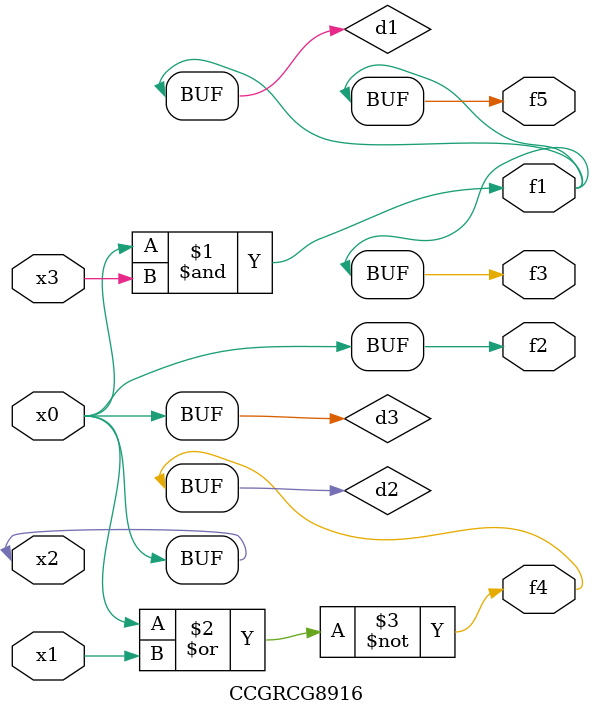
<source format=v>
module CCGRCG8916(
	input x0, x1, x2, x3,
	output f1, f2, f3, f4, f5
);

	wire d1, d2, d3;

	and (d1, x2, x3);
	nor (d2, x0, x1);
	buf (d3, x0, x2);
	assign f1 = d1;
	assign f2 = d3;
	assign f3 = d1;
	assign f4 = d2;
	assign f5 = d1;
endmodule

</source>
